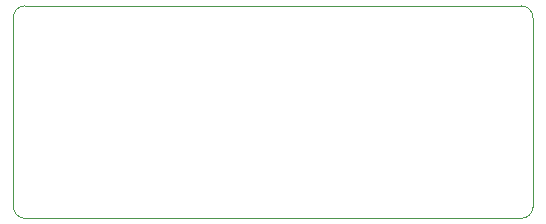
<source format=gbr>
G04 #@! TF.GenerationSoftware,KiCad,Pcbnew,(5.1.2)-2*
G04 #@! TF.CreationDate,2019-09-21T22:45:55+01:00*
G04 #@! TF.ProjectId,LEDPanelControllerHAT,4c454450-616e-4656-9c43-6f6e74726f6c,rev?*
G04 #@! TF.SameCoordinates,Original*
G04 #@! TF.FileFunction,Profile,NP*
%FSLAX46Y46*%
G04 Gerber Fmt 4.6, Leading zero omitted, Abs format (unit mm)*
G04 Created by KiCad (PCBNEW (5.1.2)-2) date 2019-09-21 22:45:55*
%MOMM*%
%LPD*%
G04 APERTURE LIST*
%ADD10C,0.050000*%
G04 APERTURE END LIST*
D10*
X136000000Y-91000000D02*
X136000000Y-75000000D01*
X137000000Y-92000000D02*
G75*
G02X136000000Y-91000000I0J1000000D01*
G01*
X179000000Y-92000000D02*
X137000000Y-92000000D01*
X180000000Y-91000000D02*
G75*
G02X179000000Y-92000000I-1000000J0D01*
G01*
X180000000Y-75000000D02*
X180000000Y-91000000D01*
X179000000Y-74000000D02*
G75*
G02X180000000Y-75000000I0J-1000000D01*
G01*
X137000000Y-74000000D02*
X179000000Y-74000000D01*
X136000000Y-75000000D02*
G75*
G02X137000000Y-74000000I1000000J0D01*
G01*
M02*

</source>
